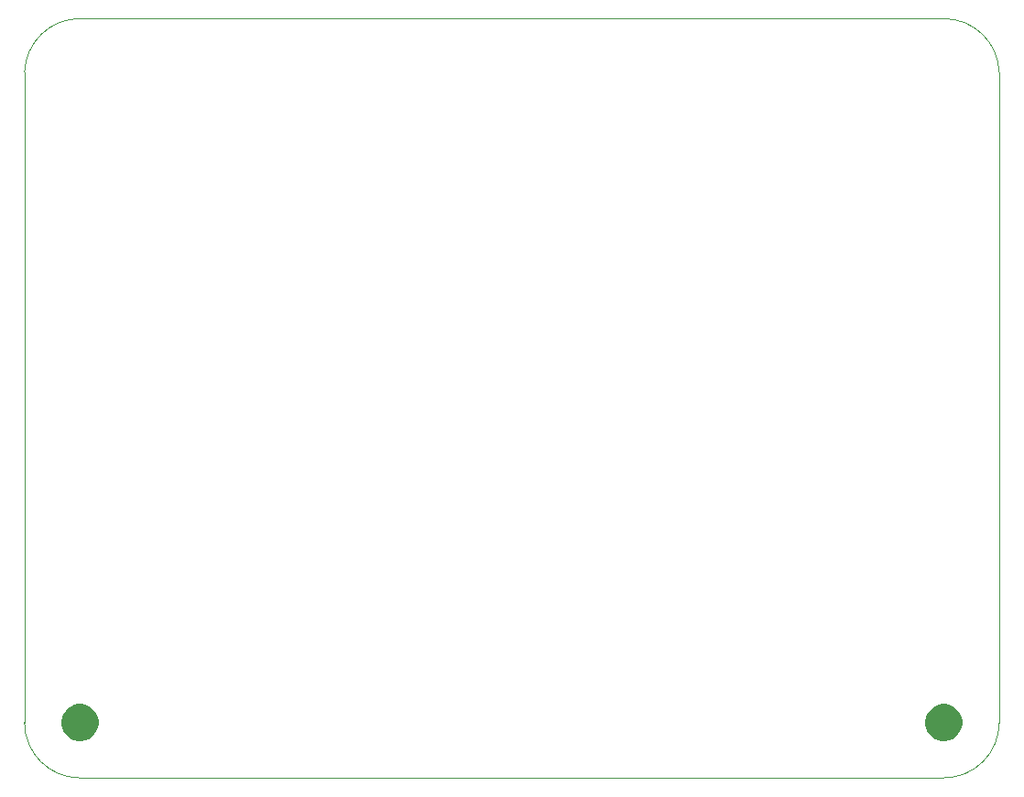
<source format=gbr>
%TF.GenerationSoftware,Altium Limited,Altium Designer,24.7.2 (38)*%
G04 Layer_Color=0*
%FSLAX45Y45*%
%MOMM*%
%TF.SameCoordinates,313A2AA4-CFAA-4B56-AAC7-ADE98D6BBF51*%
%TF.FilePolarity,Positive*%
%TF.FileFunction,Profile,NP*%
%TF.Part,Single*%
G01*
G75*
%TA.AperFunction,Profile*%
%ADD103C,0.02540*%
G36*
X515000Y343299D02*
X498089D01*
X464917Y349897D01*
X433669Y362841D01*
X405547Y381631D01*
X381631Y405547D01*
X362841Y433669D01*
X349897Y464917D01*
X343299Y498089D01*
Y515000D01*
Y531911D01*
X349897Y565083D01*
X362841Y596331D01*
X381631Y624453D01*
X405547Y648369D01*
X433669Y667159D01*
X464917Y680103D01*
X498089Y686701D01*
X515000D01*
X531911D01*
X565083Y680103D01*
X596331Y667159D01*
X624453Y648369D01*
X648369Y624453D01*
X667159Y596331D01*
X680103Y565083D01*
X686701Y531911D01*
Y515000D01*
Y498089D01*
X680103Y464917D01*
X667159Y433669D01*
X648369Y405547D01*
X624453Y381631D01*
X596331Y362841D01*
X565083Y349897D01*
X531911Y343299D01*
X515000D01*
D01*
D02*
G37*
G36*
X8328299Y515000D02*
Y498089D01*
X8334897Y464917D01*
X8347841Y433669D01*
X8366631Y405547D01*
X8390547Y381631D01*
X8418669Y362841D01*
X8449917Y349897D01*
X8483089Y343299D01*
X8500000D01*
X8516911D01*
X8550083Y349897D01*
X8581331Y362841D01*
X8609453Y381631D01*
X8633369Y405547D01*
X8652159Y433669D01*
X8665103Y464917D01*
X8671701Y498089D01*
Y515000D01*
Y531911D01*
X8665103Y565083D01*
X8652159Y596331D01*
X8633369Y624453D01*
X8609453Y648369D01*
X8581331Y667159D01*
X8550083Y680103D01*
X8516911Y686701D01*
X8500000D01*
X8483089D01*
X8449917Y680103D01*
X8418669Y667159D01*
X8390547Y648369D01*
X8366631Y624453D01*
X8347841Y596331D01*
X8334897Y565083D01*
X8328299Y531911D01*
Y515000D01*
D01*
D02*
G37*
D103*
X2262Y515000D02*
X2264Y6514746D01*
Y6530000D01*
X2570Y6532773D01*
D02*
G02*
X515000Y7027738I512430J-17773D01*
G01*
X8500000Y7027739D01*
X8500141Y7027738D01*
D02*
G02*
X9012429Y6532793I-141J-512738D01*
G01*
X9012739Y6530000D01*
X9012738Y515000D01*
D02*
G02*
X8500115Y2262I-512738J0D01*
G01*
X8500000Y2262D01*
X515000Y2261D01*
X514818Y2262D01*
D02*
G02*
X2262Y515000I182J512738D01*
G01*
%TF.MD5,9903d09abc4c818f955282647257ea84*%
M02*

</source>
